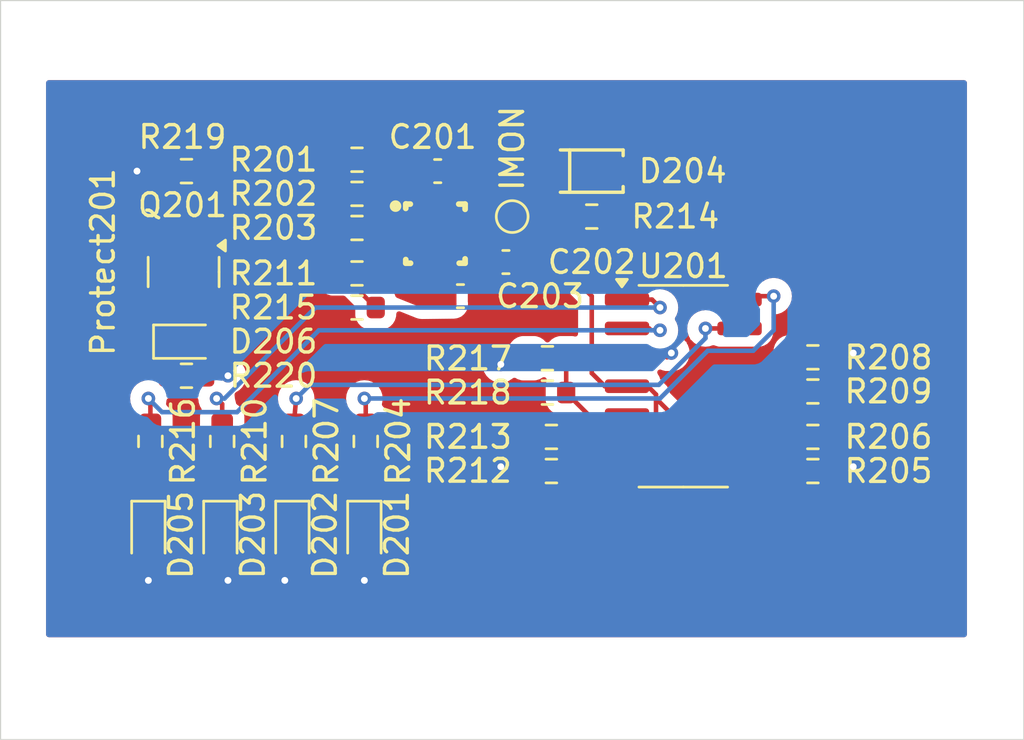
<source format=kicad_pcb>
(kicad_pcb (version 20240108) (generator "pcbnew") (generator_version "8.0")
  (layers (0 "F.Cu" signal) (31 "B.Cu" signal) (34 "B.Paste" user) (35 "F.Paste" user) (36 "B.SilkS" user "B.Silkscreen") (37 "F.SilkS" user "F.Silkscreen") (38 "B.Mask" user) (39 "F.Mask" user) (44 "Edge.Cuts" user))
  (net 0 "")
  (net 1 "/Protection/IMON")
  (net 2 "GND")
  (net 3 "Net-(Protect201-EN{slash}UVLO)")
  (net 4 "/Protection/VIN")
  (net 5 "/Protection/PG")
  (net 6 "/Protection/VOUT")
  (net 7 "Net-(Protect201-DVDT)")
  (net 9 "Net-(Protect201-PGTH)")
  (net 10 "Net-(Protect201-OVLO)")
  (net 11 "Net-(D206-K)")
  (net 12 "+5V")
  (net 13 "Net-(D201-K)")
  (net 14 "Net-(D202-K)")
  (net 15 "Net-(D203-K)")
  (net 16 "Net-(D205-K)")
  (net 17 "Net-(D206-A)")
  (net 18 "Net-(R204-Pad1)")
  (net 19 "Net-(U201D-+)")
  (net 20 "Net-(R207-Pad1)")
  (net 21 "Net-(U201C-+)")
  (net 22 "Net-(R210-Pad1)")
  (net 23 "Net-(U201B-+)")
  (net 24 "Net-(R216-Pad1)")
  (net 25 "Net-(U201A-+)")
  (footprint "LED_SMD:LED_0603_1608Metric" (layer "F.Cu") (at 41.5 52 -90)
    (property "Reference" "D205" (at 0 -1.43 90) (layer "F.SilkS"))
    (property "Value" "LED")
    (fp_line (start -1.485 0.735) (end 0.8 0.735) (stroke (width 0.12)) (layer "F.SilkS"))
    (fp_line (start -1.485 -0.735) (end -1.485 0.735) (stroke (width 0.12)) (layer "F.SilkS"))
    (fp_line (start 0.8 -0.735) (end -1.485 -0.735) (stroke (width 0.12)) (layer "F.SilkS"))
    (pad "1" smd roundrect (at -0.7875 0 270) (size 0.875 0.95) (layers "F.Cu" "F.Paste" "F.Mask") (net 16 "Net-(D205-K)"))
    (pad "2" smd roundrect (at 0.7875 0 270) (size 0.875 0.95) (layers "F.Cu" "F.Paste" "F.Mask") (net 12 "+5V"))
  )
  (footprint "Resistor_SMD:R_0603_1608Metric" (layer "F.Cu") (at 43.175 36)
    (property "Reference" "R219" (at -0.175 -1.5 0) (layer "F.SilkS"))
    (property "Value" "10k")
    (fp_line (start -0.237258 -0.5225) (end 0.237258 -0.5225) (stroke (width 0.12)) (layer "F.SilkS"))
    (fp_line (start -0.237258 0.5225) (end 0.237258 0.5225) (stroke (width 0.12)) (layer "F.SilkS"))
    (pad "1" smd roundrect (at -0.825 0) (size 0.8 0.95) (layers "F.Cu" "F.Paste" "F.Mask") (net 12 "+5V"))
    (pad "2" smd roundrect (at 0.825 0) (size 0.8 0.95) (layers "F.Cu" "F.Paste" "F.Mask") (net 5 "/Protection/PG"))
  )
  (footprint "Resistor_SMD:R_0603_1608Metric" (layer "F.Cu") (at 59.05 44.23)
    (property "Reference" "R217" (at -3.5 0.01 360) (layer "F.SilkS"))
    (property "Value" "680k")
    (fp_line (start -0.237258 -0.5225) (end 0.237258 -0.5225) (stroke (width 0.12)) (layer "F.SilkS"))
    (fp_line (start -0.237258 0.5225) (end 0.237258 0.5225) (stroke (width 0.12)) (layer "F.SilkS"))
    (pad "1" smd roundrect (at -0.825 0) (size 0.8 0.95) (layers "F.Cu" "F.Paste" "F.Mask") (net 12 "+5V"))
    (pad "2" smd roundrect (at 0.825 0) (size 0.8 0.95) (layers "F.Cu" "F.Paste" "F.Mask") (net 25 "Net-(U201A-+)"))
  )
  (footprint "Resistor_SMD:R_0603_1608Metric" (layer "F.Cu") (at 50.675 40.5)
    (property "Reference" "R211" (at -3.675 0 0) (layer "F.SilkS"))
    (property "Value" "470k")
    (fp_line (start -0.237258 -0.5225) (end 0.237258 -0.5225) (stroke (width 0.12)) (layer "F.SilkS"))
    (fp_line (start -0.237258 0.5225) (end 0.237258 0.5225) (stroke (width 0.12)) (layer "F.SilkS"))
    (pad "1" smd roundrect (at -0.825 0) (size 0.8 0.95) (layers "F.Cu" "F.Paste" "F.Mask") (net 9 "Net-(Protect201-PGTH)"))
    (pad "2" smd roundrect (at 0.825 0) (size 0.8 0.95) (layers "F.Cu" "F.Paste" "F.Mask") (net 6 "/Protection/VOUT"))
  )
  (footprint "LED_SMD:LED_0603_1608Metric" (layer "F.Cu") (at 43.2125 43.5)
    (property "Reference" "D206" (at 3.7875 0 0) (layer "F.SilkS"))
    (property "Value" "LED")
    (fp_line (start -1.485 -0.735) (end -1.485 0.735) (stroke (width 0.12)) (layer "F.SilkS"))
    (fp_line (start -1.485 0.735) (end 0.8 0.735) (stroke (width 0.12)) (layer "F.SilkS"))
    (fp_line (start 0.8 -0.735) (end -1.485 -0.735) (stroke (width 0.12)) (layer "F.SilkS"))
    (pad "1" smd roundrect (at -0.7875 0) (size 0.875 0.95) (layers "F.Cu" "F.Paste" "F.Mask") (net 11 "Net-(D206-K)"))
    (pad "2" smd roundrect (at 0.7875 0) (size 0.875 0.95) (layers "F.Cu" "F.Paste" "F.Mask") (net 17 "Net-(D206-A)"))
  )
  (footprint "Resistor_SMD:R_0603_1608Metric" (layer "F.Cu") (at 70.725 44.19 180)
    (property "Reference" "R208" (at -3.325 -0.01 360) (layer "F.SilkS"))
    (property "Value" "12k")
    (fp_line (start -0.237258 0.5225) (end 0.237258 0.5225) (stroke (width 0.12)) (layer "F.SilkS"))
    (fp_line (start -0.237258 -0.5225) (end 0.237258 -0.5225) (stroke (width 0.12)) (layer "F.SilkS"))
    (pad "1" smd roundrect (at -0.825 0 180) (size 0.8 0.95) (layers "F.Cu" "F.Paste" "F.Mask") (net 12 "+5V"))
    (pad "2" smd roundrect (at 0.825 0 180) (size 0.8 0.95) (layers "F.Cu" "F.Paste" "F.Mask") (net 21 "Net-(U201C-+)"))
  )
  (footprint "Resistor_SMD:R_0603_1608Metric" (layer "F.Cu") (at 59.225 49.19)
    (property "Reference" "R212" (at -3.675 -0.01 360) (layer "F.SilkS"))
    (property "Value" "68k")
    (fp_line (start -0.237258 -0.5225) (end 0.237258 -0.5225) (stroke (width 0.12)) (layer "F.SilkS"))
    (fp_line (start -0.237258 0.5225) (end 0.237258 0.5225) (stroke (width 0.12)) (layer "F.SilkS"))
    (pad "1" smd roundrect (at -0.825 0) (size 0.8 0.95) (layers "F.Cu" "F.Paste" "F.Mask") (net 12 "+5V"))
    (pad "2" smd roundrect (at 0.825 0) (size 0.8 0.95) (layers "F.Cu" "F.Paste" "F.Mask") (net 23 "Net-(U201B-+)"))
  )
  (footprint "Resistor_SMD:R_0603_1608Metric" (layer "F.Cu") (at 50.675 35.5)
    (property "Reference" "R201" (at -3.675 0 360) (layer "F.SilkS"))
    (property "Value" "470k")
    (fp_line (start -0.237258 -0.5225) (end 0.237258 -0.5225) (stroke (width 0.12)) (layer "F.SilkS"))
    (fp_line (start -0.237258 0.5225) (end 0.237258 0.5225) (stroke (width 0.12)) (layer "F.SilkS"))
    (pad "1" smd roundrect (at -0.825 0) (size 0.8 0.95) (layers "F.Cu" "F.Paste" "F.Mask") (net 3 "Net-(Protect201-EN{slash}UVLO)"))
    (pad "2" smd roundrect (at 0.825 0) (size 0.8 0.95) (layers "F.Cu" "F.Paste" "F.Mask") (net 4 "/Protection/VIN"))
  )
  (footprint "Resistor_SMD:R_0603_1608Metric" (layer "F.Cu") (at 61 38 180)
    (property "Reference" "R214" (at -3.675 0 360) (layer "F.SilkS"))
    (property "Value" "4120")
    (fp_line (start -0.237258 0.5225) (end 0.237258 0.5225) (stroke (width 0.12)) (layer "F.SilkS"))
    (fp_line (start -0.237258 -0.5225) (end 0.237258 -0.5225) (stroke (width 0.12)) (layer "F.SilkS"))
    (pad "1" smd roundrect (at -0.825 0 180) (size 0.8 0.95) (layers "F.Cu" "F.Paste" "F.Mask") (net 2 "GND"))
    (pad "2" smd roundrect (at 0.825 0 180) (size 0.8 0.95) (layers "F.Cu" "F.Paste" "F.Mask") (net 1 "/Protection/IMON"))
  )
  (footprint "Resistor_SMD:R_0603_1608Metric" (layer "F.Cu") (at 43.175 45)
    (property "Reference" "R220" (at 3.825 0 0) (layer "F.SilkS"))
    (property "Value" "150")
    (fp_line (start -0.237258 -0.5225) (end 0.237258 -0.5225) (stroke (width 0.12)) (layer "F.SilkS"))
    (fp_line (start -0.237258 0.5225) (end 0.237258 0.5225) (stroke (width 0.12)) (layer "F.SilkS"))
    (pad "1" smd roundrect (at -0.825 0) (size 0.8 0.95) (layers "F.Cu" "F.Paste" "F.Mask") (net 17 "Net-(D206-A)"))
    (pad "2" smd roundrect (at 0.825 0) (size 0.8 0.95) (layers "F.Cu" "F.Paste" "F.Mask") (net 12 "+5V"))
  )
  (footprint "LED_SMD:LED_0603_1608Metric" (layer "F.Cu") (at 44.666666 52 -90)
    (property "Reference" "D203" (at 0 -1.43 90) (layer "F.SilkS"))
    (property "Value" "LED")
    (fp_line (start -1.485 0.735) (end 0.8 0.735) (stroke (width 0.12)) (layer "F.SilkS"))
    (fp_line (start -1.485 -0.735) (end -1.485 0.735) (stroke (width 0.12)) (layer "F.SilkS"))
    (fp_line (start 0.8 -0.735) (end -1.485 -0.735) (stroke (width 0.12)) (layer "F.SilkS"))
    (pad "1" smd roundrect (at -0.7875 0 270) (size 0.875 0.95) (layers "F.Cu" "F.Paste" "F.Mask") (net 15 "Net-(D203-K)"))
    (pad "2" smd roundrect (at 0.7875 0 270) (size 0.875 0.95) (layers "F.Cu" "F.Paste" "F.Mask") (net 12 "+5V"))
  )
  (footprint "easyeda2kicad:VQFN-10_L2.0-W2.0-P0.45-TL" (layer "F.Cu") (at 54.09 38.77)
    (property "Reference" "Protect201" (at -14.59 1.23 90) (layer "F.SilkS"))
    (property "Value" "LM73100RPWR")
    (fp_line (start -1.27 -1.13) (end -1.27 -1.33) (stroke (width 0.25)) (layer "F.SilkS"))
    (fp_line (start -1.27 1.28) (end -1.27 1.12) (stroke (width 0.25)) (layer "F.SilkS"))
    (fp_line (start -1.23 -1.32) (end -1.07 -1.32) (stroke (width 0.25)) (layer "F.SilkS"))
    (fp_line (start -1.06 1.28) (end -1.27 1.28) (stroke (width 0.25)) (layer "F.SilkS"))
    (fp_line (start 1.06 -1.32) (end 1.34 -1.32) (stroke (width 0.25)) (layer "F.SilkS"))
    (fp_line (start 1.34 -1.32) (end 1.34 -1.09) (stroke (width 0.25)) (layer "F.SilkS"))
    (fp_line (start 1.34 1.09) (end 1.34 1.28) (stroke (width 0.25)) (layer "F.SilkS"))
    (fp_line (start 1.34 1.28) (end 1.08 1.28) (stroke (width 0.25)) (layer "F.SilkS"))
    (fp_circle (center -1.72 -1.23) (end -1.59 -1.23) (stroke (width 0.25)) (fill none) (layer "F.SilkS"))
    (pad "1" smd custom (at -0.91 -0.9) (size 0.01 0.01) (layers "F.Cu" "F.Paste" "F.Mask") (net 3 "Net-(Protect201-EN{slash}UVLO)") (options (clearance outline) (anchor circle)) (primitives (gr_poly (pts (xy 0.04 -0.3) (xy 0.04 0) (xy -0.31 0) (xy -0.31 0.3) (xy 0.04 0.3) (xy 0.29 0.3) (xy 0.29 0) (xy 0.29 -0.3) (xy 0.04 -0.3)) (width 0.1) (fill yes))))
    (pad "2" smd rect (at -0.91 -0.23 270) (size 0.25 0.6) (layers "F.Cu" "F.Paste" "F.Mask") (net 10 "Net-(Protect201-OVLO)"))
    (pad "3" smd rect (at -0.91 0.23 270) (size 0.25 0.6) (layers "F.Cu" "F.Paste" "F.Mask") (net 5 "/Protection/PG"))
    (pad "4" smd custom (at -0.91 0.9) (size 0.01 0.01) (layers "F.Cu" "F.Paste" "F.Mask") (net 9 "Net-(Protect201-PGTH)") (options (clearance outline) (anchor circle)) (primitives (gr_poly (pts (xy 0.05 0.3) (xy 0.05 0) (xy -0.3 0) (xy -0.3 -0.3) (xy 0.05 -0.3) (xy 0.3 -0.3) (xy 0.3 0) (xy 0.3 0.3) (xy 0.05 0.3)) (width 0.1) (fill yes))))
    (pad "5" smd rect (at -0.23 0) (size 0.3 2.4) (layers "F.Cu" "F.Paste" "F.Mask") (net 4 "/Protection/VIN"))
    (pad "6" smd rect (at 0.26 0) (size 0.3 2.4) (layers "F.Cu" "F.Paste" "F.Mask") (net 6 "/Protection/VOUT"))
    (pad "7" smd custom (at 0.91 0.9) (size 0.01 0.01) (layers "F.Cu" "F.Paste" "F.Mask") (net 7 "Net-(Protect201-DVDT)") (options (clearance outline) (anchor circle)) (primitives (gr_poly (pts (xy -0.05 0.3) (xy -0.05 0) (xy 0.3 0) (xy 0.3 -0.3) (xy -0.05 -0.3) (xy -0.3 -0.3) (xy -0.3 0) (xy -0.3 0.3) (xy -0.05 0.3)) (width 0.1) (fill yes))))
    (pad "8" smd rect (at 0.91 0.23 270) (size 0.25 0.6) (layers "F.Cu" "F.Paste" "F.Mask") (net 2 "GND"))
    (pad "9" smd rect (at 0.91 -0.23 270) (size 0.25 0.6) (layers "F.Cu" "F.Paste" "F.Mask") (net 1 "/Protection/IMON"))
    (pad "10" smd custom (at 0.91 -0.9) (size 0.01 0.01) (layers "F.Cu" "F.Paste" "F.Mask") (options (clearance outline) (anchor circle)) (primitives (gr_poly (pts (xy -0.05 -0.3) (xy -0.05 0) (xy 0.3 0) (xy 0.3 0.3) (xy -0.05 0.3) (xy -0.3 0.3) (xy -0.3 0) (xy -0.3 -0.3) (xy -0.05 -0.3)) (width 0.1) (fill yes))))
  )
  (footprint "Capacitor_SMD:C_0603_1608Metric" (layer "F.Cu") (at 54.225 36 180)
    (property "Reference" "C201" (at 0.225 1.5 360) (layer "F.SilkS"))
    (property "Value" "1uf")
    (fp_line (start -0.14058 0.51) (end 0.14058 0.51) (stroke (width 0.12)) (layer "F.SilkS"))
    (fp_line (start -0.14058 -0.51) (end 0.14058 -0.51) (stroke (width 0.12)) (layer "F.SilkS"))
    (pad "1" smd roundrect (at -0.775 0 180) (size 0.9 0.95) (layers "F.Cu" "F.Paste" "F.Mask") (net 2 "GND"))
    (pad "2" smd roundrect (at 0.775 0 180) (size 0.9 0.95) (layers "F.Cu" "F.Paste" "F.Mask") (net 4 "/Protection/VIN"))
  )
  (footprint "Capacitor_SMD:C_0603_1608Metric" (layer "F.Cu") (at 57.225 40)
    (property "Reference" "C202" (at 3.775 0 0) (layer "F.SilkS"))
    (property "Value" "2.7nf")
    (fp_line (start -0.14058 -0.51) (end 0.14058 -0.51) (stroke (width 0.12)) (layer "F.SilkS"))
    (fp_line (start -0.14058 0.51) (end 0.14058 0.51) (stroke (width 0.12)) (layer "F.SilkS"))
    (pad "1" smd roundrect (at -0.775 0) (size 0.9 0.95) (layers "F.Cu" "F.Paste" "F.Mask") (net 7 "Net-(Protect201-DVDT)"))
    (pad "2" smd roundrect (at 0.775 0) (size 0.9 0.95) (layers "F.Cu" "F.Paste" "F.Mask") (net 2 "GND"))
  )
  (footprint "Resistor_SMD:R_0603_1608Metric" (layer "F.Cu") (at 50.675 38.5)
    (property "Reference" "R203" (at -3.675 0 0) (layer "F.SilkS"))
    (property "Value" "54.9k")
    (fp_line (start -0.237258 -0.5225) (end 0.237258 -0.5225) (stroke (width 0.12)) (layer "F.SilkS"))
    (fp_line (start -0.237258 0.5225) (end 0.237258 0.5225) (stroke (width 0.12)) (layer "F.SilkS"))
    (pad "1" smd roundrect (at -0.825 0) (size 0.8 0.95) (layers "F.Cu" "F.Paste" "F.Mask") (net 2 "GND"))
    (pad "2" smd roundrect (at 0.825 0) (size 0.8 0.95) (layers "F.Cu" "F.Paste" "F.Mask") (net 10 "Net-(Protect201-OVLO)"))
  )
  (footprint "TestPoint:TestPoint_Pad_D1.0mm" (layer "F.Cu") (at 57.5 38)
    (property "Reference" "IMON" (at 0 -3 90) (layer "F.SilkS"))
    (property "Value" "TestPoint_Pad_D1.0mm")
    (fp_circle (center 0 0) (end 0 0.7) (stroke (width 0.12)) (fill none) (layer "F.SilkS"))
    (pad "1" smd circle (at 0 0) (size 1 1) (layers "F.Cu" "F.Mask") (net 1 "/Protection/IMON"))
  )
  (footprint "Resistor_SMD:R_0603_1608Metric" (layer "F.Cu") (at 59.05 45.74 180)
    (property "Reference" "R218" (at 3.5 0 360) (layer "F.SilkS"))
    (property "Value" "1k")
    (fp_line (start -0.237258 0.5225) (end 0.237258 0.5225) (stroke (width 0.12)) (layer "F.SilkS"))
    (fp_line (start -0.237258 -0.5225) (end 0.237258 -0.5225) (stroke (width 0.12)) (layer "F.SilkS"))
    (pad "1" smd roundrect (at -0.825 0 180) (size 0.8 0.95) (layers "F.Cu" "F.Paste" "F.Mask") (net 25 "Net-(U201A-+)"))
    (pad "2" smd roundrect (at 0.825 0 180) (size 0.8 0.95) (layers "F.Cu" "F.Paste" "F.Mask") (net 2 "GND"))
  )
  (footprint "easyeda2kicad:SOD-123_L2.7-W1.6-LS3.7-RD" (layer "F.Cu") (at 61 36)
    (property "Reference" "D204" (at 4 0 0) (layer "F.SilkS"))
    (property "Value" "1.8V")
    (fp_line (start -1.38 -0.93) (end 1.38 -0.93) (stroke (width 0.15)) (layer "F.SilkS"))
    (fp_line (start -1.38 0.93) (end 1.38 0.93) (stroke (width 0.15)) (layer "F.SilkS"))
    (fp_line (start -0.97 -0.93) (end -0.97 0.93) (stroke (width 0.15)) (layer "F.SilkS"))
    (fp_line (start 1.38 -0.93) (end 1.38 -0.68) (stroke (width 0.15)) (layer "F.SilkS"))
    (fp_line (start 1.38 0.93) (end 1.38 0.68) (stroke (width 0.15)) (layer "F.SilkS"))
    (pad "1" smd rect (at -1.64 0) (size 0.91 1.22) (layers "F.Cu" "F.Paste" "F.Mask") (net 1 "/Protection/IMON"))
    (pad "2" smd rect (at 1.64 0) (size 0.91 1.22) (layers "F.Cu" "F.Paste" "F.Mask") (net 2 "GND"))
  )
  (footprint "Package_SO:SOIC-14_3.9x8.7mm_P1.27mm" (layer "F.Cu") (at 65.025 45.46)
    (property "Reference" "U201" (at 0 -5.28 360) (layer "F.SilkS"))
    (property "Value" "LM339")
    (fp_line (start 0 -4.435) (end -1.95 -4.435) (stroke (width 0.12)) (layer "F.SilkS"))
    (fp_line (start 0 -4.435) (end 1.95 -4.435) (stroke (width 0.12)) (layer "F.SilkS"))
    (fp_line (start 0 4.435) (end -1.95 4.435) (stroke (width 0.12)) (layer "F.SilkS"))
    (fp_line (start 0 4.435) (end 1.95 4.435) (stroke (width 0.12)) (layer "F.SilkS"))
    (fp_poly (pts (xy -2.7 -4.37) (xy -2.94 -4.7) (xy -2.46 -4.7) (xy -2.7 -4.37)) (stroke (width 0.12)) (fill solid) (layer "F.SilkS"))
    (pad "1" smd roundrect (at -2.475 -3.81) (size 1.95 0.6) (layers "F.Cu" "F.Paste" "F.Mask") (net 22 "Net-(R210-Pad1)"))
    (pad "2" smd roundrect (at -2.475 -2.54) (size 1.95 0.6) (layers "F.Cu" "F.Paste" "F.Mask") (net 24 "Net-(R216-Pad1)"))
    (pad "3" smd roundrect (at -2.475 -1.27) (size 1.95 0.6) (layers "F.Cu" "F.Paste" "F.Mask") (net 12 "+5V"))
    (pad "4" smd roundrect (at -2.475 0) (size 1.95 0.6) (layers "F.Cu" "F.Paste" "F.Mask") (net 1 "/Protection/IMON"))
    (pad "5" smd roundrect (at -2.475 1.27) (size 1.95 0.6) (layers "F.Cu" "F.Paste" "F.Mask") (net 25 "Net-(U201A-+)"))
    (pad "6" smd roundrect (at -2.475 2.54) (size 1.95 0.6) (layers "F.Cu" "F.Paste" "F.Mask") (net 1 "/Protection/IMON"))
    (pad "7" smd roundrect (at -2.475 3.81) (size 1.95 0.6) (layers "F.Cu" "F.Paste" "F.Mask") (net 23 "Net-(U201B-+)"))
    (pad "8" smd roundrect (at 2.475 3.81) (size 1.95 0.6) (layers "F.Cu" "F.Paste" "F.Mask") (net 1 "/Protection/IMON"))
    (pad "9" smd roundrect (at 2.475 2.54) (size 1.95 0.6) (layers "F.Cu" "F.Paste" "F.Mask") (net 19 "Net-(U201D-+)"))
    (pad "10" smd roundrect (at 2.475 1.27) (size 1.95 0.6) (layers "F.Cu" "F.Paste" "F.Mask") (net 1 "/Protection/IMON"))
    (pad "11" smd roundrect (at 2.475 0) (size 1.95 0.6) (layers "F.Cu" "F.Paste" "F.Mask") (net 21 "Net-(U201C-+)"))
    (pad "12" smd roundrect (at 2.475 -1.27) (size 1.95 0.6) (layers "F.Cu" "F.Paste" "F.Mask") (net 2 "GND"))
    (pad "13" smd roundrect (at 2.475 -2.54) (size 1.95 0.6) (layers "F.Cu" "F.Paste" "F.Mask") (net 20 "Net-(R207-Pad1)"))
    (pad "14" smd roundrect (at 2.475 -3.81) (size 1.95 0.6) (layers "F.Cu" "F.Paste" "F.Mask") (net 18 "Net-(R204-Pad1)"))
  )
  (footprint "LED_SMD:LED_0603_1608Metric" (layer "F.Cu") (at 51 52 -90)
    (property "Reference" "D201" (at 0 -1.43 90) (layer "F.SilkS"))
    (property "Value" "LED")
    (fp_line (start -1.485 0.735) (end 0.8 0.735) (stroke (width 0.12)) (layer "F.SilkS"))
    (fp_line (start -1.485 -0.735) (end -1.485 0.735) (stroke (width 0.12)) (layer "F.SilkS"))
    (fp_line (start 0.8 -0.735) (end -1.485 -0.735) (stroke (width 0.12)) (layer "F.SilkS"))
    (pad "1" smd roundrect (at -0.7875 0 270) (size 0.875 0.95) (layers "F.Cu" "F.Paste" "F.Mask") (net 13 "Net-(D201-K)"))
    (pad "2" smd roundrect (at 0.7875 0 270) (size 0.875 0.95) (layers "F.Cu" "F.Paste" "F.Mask") (net 12 "+5V"))
  )
  (footprint "Resistor_SMD:R_0603_1608Metric" (layer "F.Cu") (at 41.59 47.8875 -90)
    (property "Reference" "R216" (at 0 -1.43 90) (layer "F.SilkS"))
    (property "Value" "150")
    (fp_line (start -0.237258 0.5225) (end 0.237258 0.5225) (stroke (width 0.12)) (layer "F.SilkS"))
    (fp_line (start -0.237258 -0.5225) (end 0.237258 -0.5225) (stroke (width 0.12)) (layer "F.SilkS"))
    (pad "1" smd roundrect (at -0.825 0 270) (size 0.8 0.95) (layers "F.Cu" "F.Paste" "F.Mask") (net 24 "Net-(R216-Pad1)"))
    (pad "2" smd roundrect (at 0.825 0 270) (size 0.8 0.95) (layers "F.Cu" "F.Paste" "F.Mask") (net 16 "Net-(D205-K)"))
  )
  (footprint "Resistor_SMD:R_0603_1608Metric" (layer "F.Cu") (at 59.225 47.69 180)
    (property "Reference" "R213" (at 3.675 0 360) (layer "F.SilkS"))
    (property "Value" "1k")
    (fp_line (start -0.237258 0.5225) (end 0.237258 0.5225) (stroke (width 0.12)) (layer "F.SilkS"))
    (fp_line (start -0.237258 -0.5225) (end 0.237258 -0.5225) (stroke (width 0.12)) (layer "F.SilkS"))
    (pad "1" smd roundrect (at -0.825 0 180) (size 0.8 0.95) (layers "F.Cu" "F.Paste" "F.Mask") (net 23 "Net-(U201B-+)"))
    (pad "2" smd roundrect (at 0.825 0 180) (size 0.8 0.95) (layers "F.Cu" "F.Paste" "F.Mask") (net 2 "GND"))
  )
  (footprint "Resistor_SMD:R_0603_1608Metric" (layer "F.Cu") (at 47.903332 47.8875 -90)
    (property "Reference" "R207" (at 0 -1.43 90) (layer "F.SilkS"))
    (property "Value" "150")
    (fp_line (start -0.237258 0.5225) (end 0.237258 0.5225) (stroke (width 0.12)) (layer "F.SilkS"))
    (fp_line (start -0.237258 -0.5225) (end 0.237258 -0.5225) (stroke (width 0.12)) (layer "F.SilkS"))
    (pad "1" smd roundrect (at -0.825 0 270) (size 0.8 0.95) (layers "F.Cu" "F.Paste" "F.Mask") (net 20 "Net-(R207-Pad1)"))
    (pad "2" smd roundrect (at 0.825 0 270) (size 0.8 0.95) (layers "F.Cu" "F.Paste" "F.Mask") (net 14 "Net-(D202-K)"))
  )
  (footprint "LED_SMD:LED_0603_1608Metric" (layer "F.Cu") (at 47.833332 52 -90)
    (property "Reference" "D202" (at 0 -1.43 90) (layer "F.SilkS"))
    (property "Value" "LED")
    (fp_line (start -1.485 0.735) (end 0.8 0.735) (stroke (width 0.12)) (layer "F.SilkS"))
    (fp_line (start -1.485 -0.735) (end -1.485 0.735) (stroke (width 0.12)) (layer "F.SilkS"))
    (fp_line (start 0.8 -0.735) (end -1.485 -0.735) (stroke (width 0.12)) (layer "F.SilkS"))
    (pad "1" smd roundrect (at -0.7875 0 270) (size 0.875 0.95) (layers "F.Cu" "F.Paste" "F.Mask") (net 14 "Net-(D202-K)"))
    (pad "2" smd roundrect (at 0.7875 0 270) (size 0.875 0.95) (layers "F.Cu" "F.Paste" "F.Mask") (net 12 "+5V"))
  )
  (footprint "Resistor_SMD:R_0603_1608Metric" (layer "F.Cu") (at 51.06 47.8875 -90)
    (property "Reference" "R204" (at 0 -1.43 90) (layer "F.SilkS"))
    (property "Value" "150")
    (fp_line (start -0.237258 0.5225) (end 0.237258 0.5225) (stroke (width 0.12)) (layer "F.SilkS"))
    (fp_line (start -0.237258 -0.5225) (end 0.237258 -0.5225) (stroke (width 0.12)) (layer "F.SilkS"))
    (pad "1" smd roundrect (at -0.825 0 270) (size 0.8 0.95) (layers "F.Cu" "F.Paste" "F.Mask") (net 18 "Net-(R204-Pad1)"))
    (pad "2" smd roundrect (at 0.825 0 270) (size 0.8 0.95) (layers "F.Cu" "F.Paste" "F.Mask") (net 13 "Net-(D201-K)"))
  )
  (footprint "Resistor_SMD:R_0603_1608Metric" (layer "F.Cu") (at 70.725 45.69)
    (property "Reference" "R209" (at 3.325 0 360) (layer "F.SilkS"))
    (property "Value" "1k")
    (fp_line (start -0.237258 -0.5225) (end 0.237258 -0.5225) (stroke (width 0.12)) (layer "F.SilkS"))
    (fp_line (start -0.237258 0.5225) (end 0.237258 0.5225) (stroke (width 0.12)) (layer "F.SilkS"))
    (pad "1" smd roundrect (at -0.825 0) (size 0.8 0.95) (layers "F.Cu" "F.Paste" "F.Mask") (net 21 "Net-(U201C-+)"))
    (pad "2" smd roundrect (at 0.825 0) (size 0.8 0.95) (layers "F.Cu" "F.Paste" "F.Mask") (net 2 "GND"))
  )
  (footprint "Resistor_SMD:R_0603_1608Metric" (layer "F.Cu") (at 70.725 49.19 180)
    (property "Reference" "R205" (at -3.325 0 360) (layer "F.SilkS"))
    (property "Value" "5.6k")
    (fp_line (start -0.237258 0.5225) (end 0.237258 0.5225) (stroke (width 0.12)) (layer "F.SilkS"))
    (fp_line (start -0.237258 -0.5225) (end 0.237258 -0.5225) (stroke (width 0.12)) (layer "F.SilkS"))
    (pad "1" smd roundrect (at -0.825 0 180) (size 0.8 0.95) (layers "F.Cu" "F.Paste" "F.Mask") (net 12 "+5V"))
    (pad "2" smd roundrect (at 0.825 0 180) (size 0.8 0.95) (layers "F.Cu" "F.Paste" "F.Mask") (net 19 "Net-(U201D-+)"))
  )
  (footprint "Capacitor_SMD:C_0603_1608Metric" (layer "F.Cu") (at 55.225 41.5 180)
    (property "Reference" "C203" (at -3.5 0 360) (layer "F.SilkS"))
    (property "Value" "1uf")
    (fp_line (start -0.14058 0.51) (end 0.14058 0.51) (stroke (width 0.12)) (layer "F.SilkS"))
    (fp_line (start -0.14058 -0.51) (end 0.14058 -0.51) (stroke (width 0.12)) (layer "F.SilkS"))
    (pad "1" smd roundrect (at -0.775 0 180) (size 0.9 0.95) (layers "F.Cu" "F.Paste" "F.Mask") (net 2 "GND"))
    (pad "2" smd roundrect (at 0.775 0 180) (size 0.9 0.95) (layers "F.Cu" "F.Paste" "F.Mask") (net 6 "/Protection/VOUT"))
  )
  (footprint "Resistor_SMD:R_0603_1608Metric" (layer "F.Cu") (at 50.675 42)
    (property "Reference" "R215" (at -3.675 0 0) (layer "F.SilkS"))
    (property "Value" "249k")
    (fp_line (start -0.237258 -0.5225) (end 0.237258 -0.5225) (stroke (width 0.12)) (layer "F.SilkS"))
    (fp_line (start -0.237258 0.5225) (end 0.237258 0.5225) (stroke (width 0.12)) (layer "F.SilkS"))
    (pad "1" smd roundrect (at -0.825 0) (size 0.8 0.95) (layers "F.Cu" "F.Paste" "F.Mask") (net 2 "GND"))
    (pad "2" smd roundrect (at 0.825 0) (size 0.8 0.95) (layers "F.Cu" "F.Paste" "F.Mask") (net 9 "Net-(Protect201-PGTH)"))
  )
  (footprint "Package_TO_SOT_SMD:SOT-23" (layer "F.Cu") (at 43.05 40.4375 -90)
    (property "Reference" "Q201" (at -2.9375 0.05 180) (layer "F.SilkS"))
    (property "Value" "2N7002")
    (fp_line (start 0 1.56) (end -0.65 1.56) (stroke (width 0.12)) (layer "F.SilkS"))
    (fp_line (start 0 1.56) (end 0.65 1.56) (stroke (width 0.12)) (layer "F.SilkS"))
    (fp_line (start 0 -1.56) (end -0.65 -1.56) (stroke (width 0.12)) (layer "F.SilkS"))
    (fp_line (start 0 -1.56) (end 0.65 -1.56) (stroke (width 0.12)) (layer "F.SilkS"))
    (fp_poly (pts (xy -1.1625 -1.51) (xy -1.4025 -1.84) (xy -0.9225 -1.84) (xy -1.1625 -1.51)) (stroke (width 0.12)) (fill solid) (layer "F.SilkS"))
    (pad "1" smd roundrect (at -0.9375 -0.95 270) (size 1.475 0.6) (layers "F.Cu" "F.Paste" "F.Mask") (net 5 "/Protection/PG"))
    (pad "2" smd roundrect (at -0.9375 0.95 270) (size 1.475 0.6) (layers "F.Cu" "F.Paste" "F.Mask") (net 2 "GND"))
    (pad "3" smd roundrect (at 0.9375 0 270) (size 1.475 0.6) (layers "F.Cu" "F.Paste" "F.Mask") (net 11 "Net-(D206-K)"))
  )
  (footprint "Resistor_SMD:R_0603_1608Metric" (layer "F.Cu") (at 50.675 37)
    (property "Reference" "R202" (at -3.675 0 0) (layer "F.SilkS"))
    (property "Value" "196k")
    (fp_line (start -0.237258 -0.5225) (end 0.237258 -0.5225) (stroke (width 0.12)) (layer "F.SilkS"))
    (fp_line (start -0.237258 0.5225) (end 0.237258 0.5225) (stroke (width 0.12)) (layer "F.SilkS"))
    (pad "1" smd roundrect (at -0.825 0) (size 0.8 0.95) (layers "F.Cu" "F.Paste" "F.Mask") (net 10 "Net-(Protect201-OVLO)"))
    (pad "2" smd roundrect (at 0.825 0) (size 0.8 0.95) (layers "F.Cu" "F.Paste" "F.Mask") (net 3 "Net-(Protect201-EN{slash}UVLO)"))
  )
  (footprint "Resistor_SMD:R_0603_1608Metric" (layer "F.Cu") (at 44.746666 47.8875 -90)
    (property "Reference" "R210" (at 0 -1.43 90) (layer "F.SilkS"))
    (property "Value" "150")
    (fp_line (start -0.237258 0.5225) (end 0.237258 0.5225) (stroke (width 0.12)) (layer "F.SilkS"))
    (fp_line (start -0.237258 -0.5225) (end 0.237258 -0.5225) (stroke (width 0.12)) (layer "F.SilkS"))
    (pad "1" smd roundrect (at -0.825 0 270) (size 0.8 0.95) (layers "F.Cu" "F.Paste" "F.Mask") (net 22 "Net-(R210-Pad1)"))
    (pad "2" smd roundrect (at 0.825 0 270) (size 0.8 0.95) (layers "F.Cu" "F.Paste" "F.Mask") (net 15 "Net-(D203-K)"))
  )
  (footprint "Resistor_SMD:R_0603_1608Metric" (layer "F.Cu") (at 70.725 47.69)
    (property "Reference" "R206" (at 3.325 0 360) (layer "F.SilkS"))
    (property "Value" "1k")
    (fp_line (start -0.237258 -0.5225) (end 0.237258 -0.5225) (stroke (width 0.12)) (layer "F.SilkS"))
    (fp_line (start -0.237258 0.5225) (end 0.237258 0.5225) (stroke (width 0.12)) (layer "F.SilkS"))
    (pad "1" smd roundrect (at -0.825 0) (size 0.8 0.95) (layers "F.Cu" "F.Paste" "F.Mask") (net 19 "Net-(U201D-+)"))
    (pad "2" smd roundrect (at 0.825 0) (size 0.8 0.95) (layers "F.Cu" "F.Paste" "F.Mask") (net 2 "GND"))
  )
  (gr_rect (start 35 28.5) (end 80 61) (stroke (width 0.05)) (fill none) (layer "Edge.Cuts"))
  (segment (start 59.36 37.185) (end 60.175 38) (width 0.2) (layer "F.Cu") (net 1))
  (segment (start 56.96 38.54) (end 57.5 38) (width 0.2) (layer "F.Cu") (net 1))
  (segment (start 63.825 46) (end 63.825 47.699999) (width 0.2) (layer "F.Cu") (net 1))
  (segment (start 63.825 45.825) (end 63.825 46) (width 0.2) (layer "F.Cu") (net 1))
  (segment (start 63.46 45.46) (end 63.825 45.825) (width 0.2) (layer "F.Cu") (net 1))
  (segment (start 62.55 45.46) (end 61.575001 45.46) (width 0.2) (layer "F.Cu") (net 1))
  (segment (start 59.36 36) (end 59.36 37.185) (width 0.2) (layer "F.Cu") (net 1))
  (segment (start 64.555 46.73) (end 63.825 46) (width 0.2) (layer "F.Cu") (net 1))
  (segment (start 65.395001 49.27) (end 63.825 47.699999) (width 0.2) (layer "F.Cu") (net 1))
  (segment (start 63.825 47.699999) (end 63.524999 48) (width 0.2) (layer "F.Cu") (net 1))
  (segment (start 55 38.54) (end 56.96 38.54) (width 0.2) (layer "F.Cu") (net 1))
  (segment (start 67.5 49.27) (end 65.395001 49.27) (width 0.2) (layer "F.Cu") (net 1))
  (segment (start 62.55 45.46) (end 63.46 45.46) (width 0.2) (layer "F.Cu") (net 1))
  (segment (start 61 44.884999) (end 61 41.5) (width 0.2) (layer "F.Cu") (net 1))
  (segment (start 67.5 46.73) (end 64.555 46.73) (width 0.2) (layer "F.Cu") (net 1))
  (segment (start 57.5 38) (end 60.175 38) (width 0.2) (layer "F.Cu") (net 1))
  (segment (start 61.575001 45.46) (end 61 44.884999) (width 0.2) (layer "F.Cu") (net 1))
  (segment (start 63.524999 48) (end 62.55 48) (width 0.2) (layer "F.Cu") (net 1))
  (segment (start 61 41.5) (end 57.5 38) (width 0.2) (layer "F.Cu") (net 1))
  (segment (start 57 39) (end 58 40) (width 0.2) (layer "F.Cu") (net 2))
  (segment (start 61.825 36.815) (end 62.64 36) (width 0.2) (layer "F.Cu") (net 2))
  (segment (start 55 39) (end 57 39) (width 0.2) (layer "F.Cu") (net 2))
  (segment (start 61.825 38) (end 61.825 36.815) (width 0.2) (layer "F.Cu") (net 2))
  (segment (start 51.5 37) (end 52 37.5) (width 0.2) (layer "F.Cu") (net 3))
  (segment (start 52 37.5) (end 52.81 37.5) (width 0.2) (layer "F.Cu") (net 3))
  (segment (start 51.5 37) (end 50 35.5) (width 0.2) (layer "F.Cu") (net 3))
  (segment (start 52.81 37.5) (end 53.18 37.87) (width 0.2) (layer "F.Cu") (net 3))
  (segment (start 53.86 38.77) (end 53.86 37) (width 0.2) (layer "F.Cu") (net 4))
  (segment (start 53.86 37) (end 53.86 36.41) (width 0.3) (layer "F.Cu") (net 4))
  (segment (start 53.86 36.41) (end 53.45 36) (width 0.2) (layer "F.Cu") (net 4))
  (segment (start 49.437352 39.275) (end 50.262648 39.275) (width 0.2) (layer "F.Cu") (net 5))
  (segment (start 50.537648 39) (end 50.812352 39) (width 0.2) (layer "F.Cu") (net 5))
  (segment (start 50.812352 39) (end 51.087352 39.275) (width 0.2) (layer "F.Cu") (net 5))
  (segment (start 49.162352 39) (end 49.437352 39.275) (width 0.2) (layer "F.Cu") (net 5))
  (segment (start 51.912648 39.275) (end 52.187648 39) (width 0.2) (layer "F.Cu") (net 5))
  (segment (start 52.187648 39) (end 53.18 39) (width 0.2) (layer "F.Cu") (net 5))
  (segment (start 44 39.5) (end 44.5 39) (width 0.2) (layer "F.Cu") (net 5))
  (segment (start 51.087352 39.275) (end 51.912648 39.275) (width 0.2) (layer "F.Cu") (net 5))
  (segment (start 44.5 39) (end 49.162352 39) (width 0.2) (layer "F.Cu") (net 5))
  (segment (start 44 36.5) (end 44 39.5) (width 0.2) (layer "F.Cu") (net 5))
  (segment (start 50.262648 39.275) (end 50.537648 39) (width 0.2) (layer "F.Cu") (net 5))
  (segment (start 54.34 38.78) (end 54.34 41.39) (width 0.2) (layer "F.Cu") (net 6))
  (segment (start 56.45 40) (end 55.33 40) (width 0.2) (layer "F.Cu") (net 7))
  (segment (start 55.33 40) (end 55 39.67) (width 0.2) (layer "F.Cu") (net 7))
  (segment (start 49.85 40.5) (end 50.625 39.725) (width 0.2) (layer "F.Cu") (net 9))
  (segment (start 50 40.5) (end 51.5 42) (width 0.2) (layer "F.Cu") (net 9))
  (segment (start 50.625 39.725) (end 53.125 39.725) (width 0.2) (layer "F.Cu") (net 9))
  (segment (start 53.125 39.725) (end 53.18 39.67) (width 0.2) (layer "F.Cu") (net 9))
  (segment (start 51.54 38.54) (end 53.18 38.54) (width 0.2) (layer "F.Cu") (net 10))
  (segment (start 51.5 38.5) (end 51.54 38.54) (width 0.2) (layer "F.Cu") (net 10))
  (segment (start 50 37) (end 51.5 38.5) (width 0.2) (layer "F.Cu") (net 10))
  (segment (start 43.05 42.875) (end 42.425 43.5) (width 0.2) (layer "F.Cu") (net 11))
  (segment (start 43.05 41.375) (end 43.05 42.875) (width 0.2) (layer "F.Cu") (net 11))
  (segment (start 72.31 49.19) (end 72.5 49) (width 0.2) (layer "F.Cu") (net 12))
  (segment (start 58.225 44.23) (end 57.27 44.23) (width 0.2) (layer "F.Cu") (net 12))
  (segment (start 72.5 44) (end 72.69 44.19) (width 0.2) (layer "F.Cu") (net 12))
  (segment (start 44 45) (end 45 45) (width 0.2) (layer "F.Cu") (net 12))
  (segment (start 62.55 44.19) (end 64.5 44) (width 0.2) (layer "F.Cu") (net 12))
  (segment (start 44.666666 53.666666) (end 45 54) (width 0.2) (layer "F.Cu") (net 12))
  (segment (start 57.19 49.19) (end 57 49) (width 0.2) (layer "F.Cu") (net 12))
  (segment (start 47.833332 52.7875) (end 47.833332 53.666668) (width 0.2) (layer "F.Cu") (net 12))
  (segment (start 71.55 49.19) (end 72.31 49.19) (width 0.2) (layer "F.Cu") (net 12))
  (segment (start 64.5 44) (end 64.31 44.19) (width 0.2) (layer "F.Cu") (net 12))
  (segment (start 41.5 52.7875) (end 41.5 54) (width 0.2) (layer "F.Cu") (net 12))
  (segment (start 42.35 36) (end 41 36) (width 0.2) (layer "F.Cu") (net 12))
  (segment (start 44.666666 52.7875) (end 44.666666 53.666666) (width 0.2) (layer "F.Cu") (net 12))
  (segment (start 51 52.7875) (end 51 54) (width 0.2) (layer "F.Cu") (net 12))
  (segment (start 58.4 49.19) (end 57.19 49.19) (width 0.2) (layer "F.Cu") (net 12))
  (segment (start 71.55 44.19) (end 72.5 44) (width 0.2) (layer "F.Cu") (net 12))
  (segment (start 57.27 44.23) (end 57 44.5) (width 0.2) (layer "F.Cu") (net 12))
  (segment (start 47.833332 53.666668) (end 47.5 54) (width 0.2) (layer "F.Cu") (net 12))
  (via (at 51 54) (size 0.6) (drill 0.3) (layers "F.Cu" "B.Cu") (net 12))
  (via (at 64.5 44) (size 0.6) (drill 0.3) (layers "F.Cu" "B.Cu") (net 12))
  (via (at 72.5 49) (size 0.6) (drill 0.3) (layers "F.Cu" "B.Cu") (net 12))
  (via (at 57 49) (size 0.6) (drill 0.3) (layers "F.Cu" "B.Cu") (net 12))
  (via (at 41.5 54) (size 0.6) (drill 0.3) (layers "F.Cu" "B.Cu") (net 12))
  (via (at 72.5 44) (size 0.6) (drill 0.3) (layers "F.Cu" "B.Cu") (net 12))
  (via (at 45 54) (size 0.6) (drill 0.3) (layers "F.Cu" "B.Cu") (net 12))
  (via (at 47.5 54) (size 0.6) (drill 0.3) (layers "F.Cu" "B.Cu") (net 12))
  (via (at 41 36) (size 0.6) (drill 0.3) (layers "F.Cu" "B.Cu") (net 12))
  (via (at 45 45) (size 0.6) (drill 0.3) (layers "F.Cu" "B.Cu") (net 12))
  (via (at 57 44.5) (size 0.6) (drill 0.3) (layers "F.Cu" "B.Cu") (net 12))
  (segment (start 51 51.2125) (end 51 48.7725) (width 0.2) (layer "F.Cu") (net 13))
  (segment (start 47.833332 51.2125) (end 47.833332 48.7825) (width 0.2) (layer "F.Cu") (net 14))
  (segment (start 44.666666 51.2125) (end 44.666666 48.7925) (width 0.2) (layer "F.Cu") (net 15))
  (segment (start 41.5 51.2125) (end 41.5 48.8025) (width 0.2) (layer "F.Cu") (net 16))
  (segment (start 43.5 44) (end 43.35 44) (width 0.2) (layer "F.Cu") (net 17))
  (segment (start 44 43.5) (end 43.5 44) (width 0.2) (layer "F.Cu") (net 17))
  (segment (start 43.35 44) (end 42.35 45) (width 0.2) (layer "F.Cu") (net 17))
  (segment (start 51.06 46.06) (end 51 46) (width 0.2) (layer "F.Cu") (net 18))
  (segment (start 51.06 47.0625) (end 51.06 46.06) (width 0.2) (layer "F.Cu") (net 18))
  (segment (start 69 41.5) (end 67.65 41.5) (width 0.2) (layer "F.Cu") (net 18))
  (segment (start 67.65 41.5) (end 67.5 41.65) (width 0.2) (layer "F.Cu") (net 18))
  (via (at 69 41.5) (size 0.6) (drill 0.3) (layers "F.Cu" "B.Cu") (net 18))
  (via (at 51 46) (size 0.6) (drill 0.3) (layers "F.Cu" "B.Cu") (net 18))
  (segment (start 64 46) (end 51 46) (width 0.2) (layer "B.Cu") (net 18))
  (segment (start 69 43) (end 68.1 43.9) (width 0.2) (layer "B.Cu") (net 18))
  (segment (start 68.1 43.9) (end 66.1 43.9) (width 0.2) (layer "B.Cu") (net 18))
  (segment (start 66.1 43.9) (end 64 46) (width 0.2) (layer "B.Cu") (net 18))
  (segment (start 69 41.5) (end 69 43) (width 0.2) (layer "B.Cu") (net 18))
  (segment (start 69.9 47.69) (end 69.9 49.19) (width 0.2) (layer "F.Cu") (net 19))
  (segment (start 69.9 49.19) (end 68.71 48) (width 0.2) (layer "F.Cu") (net 19))
  (segment (start 68.71 48) (end 67.5 48) (width 0.2) (layer "F.Cu") (net 19))
  (segment (start 48 46) (end 47.903332 46.096668) (width 0.2) (layer "F.Cu") (net 20))
  (segment (start 47.903332 47.0625) (end 48 46) (width 0.2) (layer "F.Cu") (net 20))
  (segment (start 66 42.92) (end 67.5 42.92) (width 0.2) (layer "F.Cu") (net 20))
  (via (at 66 42.92) (size 0.6) (drill 0.3) (layers "F.Cu" "B.Cu") (net 20))
  (via (at 48 46) (size 0.6) (drill 0.3) (layers "F.Cu" "B.Cu") (net 20))
  (segment (start 66 42.92) (end 66 43.348529) (width 0.2) (layer "B.Cu") (net 20))
  (segment (start 66 43.348529) (end 63.948529 45.4) (width 0.2) (layer "B.Cu") (net 20))
  (segment (start 63.948529 45.4) (end 48.6 45.4) (width 0.2) (layer "B.Cu") (net 20))
  (segment (start 48.6 45.4) (end 48 46) (width 0.2) (layer "B.Cu") (net 20))
  (segment (start 69.9 44.19) (end 69.9 45.69) (width 0.2) (layer "F.Cu") (net 21))
  (segment (start 67.73 45.69) (end 67.5 45.46) (width 0.2) (layer "F.Cu") (net 21))
  (segment (start 69.9 45.69) (end 67.73 45.69) (width 0.2) (layer "F.Cu") (net 21))
  (segment (start 44.746666 46.246666) (end 44.5 46) (width 0.2) (layer "F.Cu") (net 22))
  (segment (start 62.55 41.65) (end 63.65 41.65) (width 0.2) (layer "F.Cu") (net 22))
  (segment (start 63.65 41.65) (end 64 42) (width 0.2) (layer "F.Cu") (net 22))
  (segment (start 44.746666 47.0625) (end 44.746666 46.246666) (width 0.2) (layer "F.Cu") (net 22))
  (via (at 64 42) (size 0.6) (drill 0.3) (layers "F.Cu" "B.Cu") (net 22))
  (via (at 44.5 46) (size 0.6) (drill 0.3) (layers "F.Cu" "B.Cu") (net 22))
  (segment (start 48.848529 42) (end 44.848529 46) (width 0.2) (layer "B.Cu") (net 22))
  (segment (start 44.848529 46) (end 44.5 46) (width 0.2) (layer "B.Cu") (net 22))
  (segment (start 64 42) (end 48.848529 42) (width 0.2) (layer "B.Cu") (net 22))
  (segment (start 60.05 49.19) (end 62.47 49.19) (width 0.2) (layer "F.Cu") (net 23))
  (segment (start 60.05 47.69) (end 60.05 49.19) (width 0.2) (layer "F.Cu") (net 23))
  (segment (start 41.59 46.09) (end 41.5 46) (width 0.2) (layer "F.Cu") (net 24))
  (segment (start 63.604999 43) (end 63.524999 42.92) (width 0.2) (layer "F.Cu") (net 24))
  (segment (start 41.59 47.0625) (end 41.59 46.09) (width 0.2) (layer "F.Cu") (net 24))
  (segment (start 63.524999 42.92) (end 62.55 42.92) (width 0.2) (layer "F.Cu") (net 24))
  (segment (start 64 43) (end 63.604999 43) (width 0.2) (layer "F.Cu") (net 24))
  (via (at 41.5 46) (size 0.6) (drill 0.3) (layers "F.Cu" "B.Cu") (net 24))
  (via (at 64 43) (size 0.6) (drill 0.3) (layers "F.Cu" "B.Cu") (net 24))
  (segment (start 42.1 46.6) (end 41.5 46) (width 0.2) (layer "B.Cu") (net 24))
  (segment (start 45.4 46.6) (end 42.1 46.6) (width 0.2) (layer "B.Cu") (net 24))
  (segment (start 49 43) (end 45.4 46.6) (width 0.2) (layer "B.Cu") (net 24))
  (segment (start 64 43) (end 49 43) (width 0.2) (layer "B.Cu") (net 24))
  (segment (start 59.875 45.74) (end 60.865 46.73) (width 0.2) (layer "F.Cu") (net 25))
  (segment (start 59.875 44.23) (end 59.875 45.74) (width 0.2) (layer "F.Cu") (net 25))
  (segment (start 60.865 46.73) (end 62.55 46.73) (width 0.2) (layer "F.Cu") (net 25))
  (zone (net 6) (net_name "/Protection/VOUT") (layer "F.Cu") (priority 5) (connect_pads yes (clearance 0.5)) (min_thickness 0.25) (fill yes (thermal_gap 0.5) (thermal_bridge_width 0.5))
    (polygon (pts (xy 51 40) (xy 51 41) (xy 53.5 42) (xy 55.274813 41.981431) (xy 55.259642 40.156179) (xy 52.984829 40.174748) (xy 52 40)))
  )
  (zone (net 4) (net_name "/Protection/VIN") (layer "F.Cu") (priority 5) (connect_pads yes (clearance 0.5)) (min_thickness 0.25) (fill yes (thermal_gap 0.5) (thermal_bridge_width 0.5))
    (polygon (pts (xy 53.724352 38.098099) (xy 53.5 37) (xy 52.5 37) (xy 52 36.5) (xy 52 36) (xy 51 36) (xy 51 34.5) (xy 54 34.5) (xy 53.996324 38.118691)))
  )
  (zone (net 2) (net_name "GND") (layer "F.Cu") (priority 1) (connect_pads yes (clearance 0.5)) (min_thickness 0.25) (fill yes (thermal_gap 0.5) (thermal_bridge_width 0.5))
    (polygon (pts (xy 37 32) (xy 37 56.5) (xy 77.5 56.5) (xy 77.5 32)))
  )
  (zone (net 12) (net_name "+5V") (layer "B.Cu") (connect_pads yes (clearance 0.5)) (min_thickness 0.25) (fill yes (thermal_gap 0.5) (thermal_bridge_width 0.5))
    (polygon (pts (xy 37 32) (xy 37 56.5) (xy 77.5 56.5) (xy 77.5 32)))
  )
)
</source>
